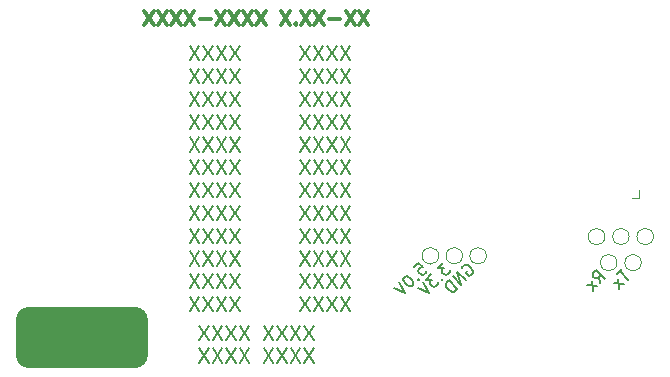
<source format=gbo>
G04 #@! TF.GenerationSoftware,KiCad,Pcbnew,8.0.1*
G04 #@! TF.CreationDate,2024-05-08T20:32:46+02:00*
G04 #@! TF.ProjectId,TGL_Board,54474c5f-426f-4617-9264-2e6b69636164,rev?*
G04 #@! TF.SameCoordinates,Original*
G04 #@! TF.FileFunction,Legend,Bot*
G04 #@! TF.FilePolarity,Positive*
%FSLAX46Y46*%
G04 Gerber Fmt 4.6, Leading zero omitted, Abs format (unit mm)*
G04 Created by KiCad (PCBNEW 8.0.1) date 2024-05-08 20:32:46*
%MOMM*%
%LPD*%
G01*
G04 APERTURE LIST*
%ADD10C,0.150000*%
%ADD11C,0.153000*%
%ADD12C,0.200000*%
%ADD13C,0.300000*%
%ADD14C,0.120000*%
%ADD15C,0.650000*%
%ADD16O,2.100000X1.000000*%
%ADD17O,1.800000X1.000000*%
%ADD18C,1.000000*%
%ADD19C,0.990600*%
%ADD20C,0.787400*%
G04 APERTURE END LIST*
D10*
X133125600Y-44696866D02*
X124125600Y-44696866D01*
X123125691Y-45710267D02*
G75*
G02*
X124125600Y-44696890I1006609J6767D01*
G01*
X133523600Y-44849266D02*
X133701400Y-44950866D01*
X133980800Y-45230266D01*
X134057000Y-45535066D01*
X133726800Y-45484266D01*
X133295000Y-44773066D01*
X133523600Y-44849266D01*
G36*
X133523600Y-44849266D02*
G01*
X133701400Y-44950866D01*
X133980800Y-45230266D01*
X134057000Y-45535066D01*
X133726800Y-45484266D01*
X133295000Y-44773066D01*
X133523600Y-44849266D01*
G37*
X123125690Y-48710267D02*
X123125690Y-45710267D01*
X123389000Y-45687466D02*
X123211200Y-45484266D01*
X123312800Y-45204866D01*
X123592200Y-44900066D01*
X124125600Y-44696866D01*
X123389000Y-45687466D01*
G36*
X123389000Y-45687466D02*
G01*
X123211200Y-45484266D01*
X123312800Y-45204866D01*
X123592200Y-44900066D01*
X124125600Y-44696866D01*
X123389000Y-45687466D01*
G37*
X134139001Y-45696776D02*
X134139001Y-48696776D01*
X124139091Y-49710176D02*
G75*
G02*
X123125624Y-48710267I-6791J1006676D01*
G01*
X133139091Y-49710177D02*
X124139091Y-49710177D01*
X134139001Y-45696776D02*
X134139001Y-48696776D01*
X133139091Y-49710177D01*
X124139091Y-49710177D01*
X123125690Y-48710267D01*
X123125690Y-45710267D01*
X124125600Y-44696866D01*
X133125600Y-44696866D01*
X134139001Y-45696776D01*
G36*
X134139001Y-45696776D02*
G01*
X134139001Y-48696776D01*
X133139091Y-49710177D01*
X124139091Y-49710177D01*
X123125690Y-48710267D01*
X123125690Y-45710267D01*
X124125600Y-44696866D01*
X133125600Y-44696866D01*
X134139001Y-45696776D01*
G37*
X134139001Y-48696776D02*
G75*
G02*
X133139091Y-49710200I-1006701J-6724D01*
G01*
X123973200Y-49624466D02*
X123719200Y-49573666D01*
X123363600Y-49294266D01*
X123211200Y-48964066D01*
X123236600Y-48862466D01*
X123973200Y-49624466D01*
G36*
X123973200Y-49624466D02*
G01*
X123719200Y-49573666D01*
X123363600Y-49294266D01*
X123211200Y-48964066D01*
X123236600Y-48862466D01*
X123973200Y-49624466D01*
G37*
X133125600Y-44696866D02*
G75*
G02*
X134138934Y-45696776I6700J-1006634D01*
G01*
X134057000Y-48989466D02*
X133904600Y-49268866D01*
X133650600Y-49497466D01*
X133396600Y-49624466D01*
X133269600Y-49599066D01*
X133625200Y-48989466D01*
X134031600Y-48837066D01*
X134057000Y-48989466D01*
G36*
X134057000Y-48989466D02*
G01*
X133904600Y-49268866D01*
X133650600Y-49497466D01*
X133396600Y-49624466D01*
X133269600Y-49599066D01*
X133625200Y-48989466D01*
X134031600Y-48837066D01*
X134057000Y-48989466D01*
G37*
D11*
X159188240Y-40857321D02*
X158750507Y-41295054D01*
X158750507Y-41295054D02*
X159255584Y-41328726D01*
X159255584Y-41328726D02*
X159154568Y-41429741D01*
X159154568Y-41429741D02*
X159120897Y-41530756D01*
X159120897Y-41530756D02*
X159120897Y-41598100D01*
X159120897Y-41598100D02*
X159154568Y-41699115D01*
X159154568Y-41699115D02*
X159322927Y-41867474D01*
X159322927Y-41867474D02*
X159423942Y-41901145D01*
X159423942Y-41901145D02*
X159491286Y-41901145D01*
X159491286Y-41901145D02*
X159592301Y-41867474D01*
X159592301Y-41867474D02*
X159794332Y-41665443D01*
X159794332Y-41665443D02*
X159828003Y-41564428D01*
X159828003Y-41564428D02*
X159828003Y-41497084D01*
X159087225Y-42237863D02*
X159087225Y-42305206D01*
X159087225Y-42305206D02*
X159154568Y-42305206D01*
X159154568Y-42305206D02*
X159154568Y-42237863D01*
X159154568Y-42237863D02*
X159087225Y-42237863D01*
X159087225Y-42237863D02*
X159154568Y-42305206D01*
X158178088Y-41867473D02*
X157740355Y-42305206D01*
X157740355Y-42305206D02*
X158245431Y-42338878D01*
X158245431Y-42338878D02*
X158144416Y-42439893D01*
X158144416Y-42439893D02*
X158110744Y-42540908D01*
X158110744Y-42540908D02*
X158110744Y-42608252D01*
X158110744Y-42608252D02*
X158144416Y-42709267D01*
X158144416Y-42709267D02*
X158312775Y-42877626D01*
X158312775Y-42877626D02*
X158413790Y-42911298D01*
X158413790Y-42911298D02*
X158481134Y-42911298D01*
X158481134Y-42911298D02*
X158582149Y-42877626D01*
X158582149Y-42877626D02*
X158784179Y-42675595D01*
X158784179Y-42675595D02*
X158817851Y-42574580D01*
X158817851Y-42574580D02*
X158817851Y-42507237D01*
X157538325Y-42507237D02*
X158009729Y-43450046D01*
X158009729Y-43450046D02*
X157066920Y-42978641D01*
D12*
X141994137Y-22527279D02*
X141194137Y-23727279D01*
X141194137Y-22527279D02*
X141994137Y-23727279D01*
X140851280Y-22527279D02*
X140051280Y-23727279D01*
X140051280Y-22527279D02*
X140851280Y-23727279D01*
X139708423Y-22527279D02*
X138908423Y-23727279D01*
X138908423Y-22527279D02*
X139708423Y-23727279D01*
X138565566Y-22527279D02*
X137765566Y-23727279D01*
X137765566Y-22527279D02*
X138565566Y-23727279D01*
X141994137Y-24459212D02*
X141194137Y-25659212D01*
X141194137Y-24459212D02*
X141994137Y-25659212D01*
X140851280Y-24459212D02*
X140051280Y-25659212D01*
X140051280Y-24459212D02*
X140851280Y-25659212D01*
X139708423Y-24459212D02*
X138908423Y-25659212D01*
X138908423Y-24459212D02*
X139708423Y-25659212D01*
X138565566Y-24459212D02*
X137765566Y-25659212D01*
X137765566Y-24459212D02*
X138565566Y-25659212D01*
X141994137Y-26391145D02*
X141194137Y-27591145D01*
X141194137Y-26391145D02*
X141994137Y-27591145D01*
X140851280Y-26391145D02*
X140051280Y-27591145D01*
X140051280Y-26391145D02*
X140851280Y-27591145D01*
X139708423Y-26391145D02*
X138908423Y-27591145D01*
X138908423Y-26391145D02*
X139708423Y-27591145D01*
X138565566Y-26391145D02*
X137765566Y-27591145D01*
X137765566Y-26391145D02*
X138565566Y-27591145D01*
X141994137Y-28323078D02*
X141194137Y-29523078D01*
X141194137Y-28323078D02*
X141994137Y-29523078D01*
X140851280Y-28323078D02*
X140051280Y-29523078D01*
X140051280Y-28323078D02*
X140851280Y-29523078D01*
X139708423Y-28323078D02*
X138908423Y-29523078D01*
X138908423Y-28323078D02*
X139708423Y-29523078D01*
X138565566Y-28323078D02*
X137765566Y-29523078D01*
X137765566Y-28323078D02*
X138565566Y-29523078D01*
X141994137Y-30255011D02*
X141194137Y-31455011D01*
X141194137Y-30255011D02*
X141994137Y-31455011D01*
X140851280Y-30255011D02*
X140051280Y-31455011D01*
X140051280Y-30255011D02*
X140851280Y-31455011D01*
X139708423Y-30255011D02*
X138908423Y-31455011D01*
X138908423Y-30255011D02*
X139708423Y-31455011D01*
X138565566Y-30255011D02*
X137765566Y-31455011D01*
X137765566Y-30255011D02*
X138565566Y-31455011D01*
X141994137Y-32186944D02*
X141194137Y-33386944D01*
X141194137Y-32186944D02*
X141994137Y-33386944D01*
X140851280Y-32186944D02*
X140051280Y-33386944D01*
X140051280Y-32186944D02*
X140851280Y-33386944D01*
X139708423Y-32186944D02*
X138908423Y-33386944D01*
X138908423Y-32186944D02*
X139708423Y-33386944D01*
X138565566Y-32186944D02*
X137765566Y-33386944D01*
X137765566Y-32186944D02*
X138565566Y-33386944D01*
X141994137Y-34118877D02*
X141194137Y-35318877D01*
X141194137Y-34118877D02*
X141994137Y-35318877D01*
X140851280Y-34118877D02*
X140051280Y-35318877D01*
X140051280Y-34118877D02*
X140851280Y-35318877D01*
X139708423Y-34118877D02*
X138908423Y-35318877D01*
X138908423Y-34118877D02*
X139708423Y-35318877D01*
X138565566Y-34118877D02*
X137765566Y-35318877D01*
X137765566Y-34118877D02*
X138565566Y-35318877D01*
X141994137Y-36050810D02*
X141194137Y-37250810D01*
X141194137Y-36050810D02*
X141994137Y-37250810D01*
X140851280Y-36050810D02*
X140051280Y-37250810D01*
X140051280Y-36050810D02*
X140851280Y-37250810D01*
X139708423Y-36050810D02*
X138908423Y-37250810D01*
X138908423Y-36050810D02*
X139708423Y-37250810D01*
X138565566Y-36050810D02*
X137765566Y-37250810D01*
X137765566Y-36050810D02*
X138565566Y-37250810D01*
X141994137Y-37982743D02*
X141194137Y-39182743D01*
X141194137Y-37982743D02*
X141994137Y-39182743D01*
X140851280Y-37982743D02*
X140051280Y-39182743D01*
X140051280Y-37982743D02*
X140851280Y-39182743D01*
X139708423Y-37982743D02*
X138908423Y-39182743D01*
X138908423Y-37982743D02*
X139708423Y-39182743D01*
X138565566Y-37982743D02*
X137765566Y-39182743D01*
X137765566Y-37982743D02*
X138565566Y-39182743D01*
X141994137Y-39914676D02*
X141194137Y-41114676D01*
X141194137Y-39914676D02*
X141994137Y-41114676D01*
X140851280Y-39914676D02*
X140051280Y-41114676D01*
X140051280Y-39914676D02*
X140851280Y-41114676D01*
X139708423Y-39914676D02*
X138908423Y-41114676D01*
X138908423Y-39914676D02*
X139708423Y-41114676D01*
X138565566Y-39914676D02*
X137765566Y-41114676D01*
X137765566Y-39914676D02*
X138565566Y-41114676D01*
X141994137Y-41846609D02*
X141194137Y-43046609D01*
X141194137Y-41846609D02*
X141994137Y-43046609D01*
X140851280Y-41846609D02*
X140051280Y-43046609D01*
X140051280Y-41846609D02*
X140851280Y-43046609D01*
X139708423Y-41846609D02*
X138908423Y-43046609D01*
X138908423Y-41846609D02*
X139708423Y-43046609D01*
X138565566Y-41846609D02*
X137765566Y-43046609D01*
X137765566Y-41846609D02*
X138565566Y-43046609D01*
X141994137Y-43778542D02*
X141194137Y-44978542D01*
X141194137Y-43778542D02*
X141994137Y-44978542D01*
X140851280Y-43778542D02*
X140051280Y-44978542D01*
X140051280Y-43778542D02*
X140851280Y-44978542D01*
X139708423Y-43778542D02*
X138908423Y-44978542D01*
X138908423Y-43778542D02*
X139708423Y-44978542D01*
X138565566Y-43778542D02*
X137765566Y-44978542D01*
X137765566Y-43778542D02*
X138565566Y-44978542D01*
D11*
X172504942Y-42620032D02*
X172403927Y-42047613D01*
X172909003Y-42215971D02*
X172201897Y-41508865D01*
X172201897Y-41508865D02*
X171932523Y-41778239D01*
X171932523Y-41778239D02*
X171898851Y-41879254D01*
X171898851Y-41879254D02*
X171898851Y-41946597D01*
X171898851Y-41946597D02*
X171932523Y-42047613D01*
X171932523Y-42047613D02*
X172033538Y-42148628D01*
X172033538Y-42148628D02*
X172134553Y-42182300D01*
X172134553Y-42182300D02*
X172201897Y-42182300D01*
X172201897Y-42182300D02*
X172302912Y-42148628D01*
X172302912Y-42148628D02*
X172572286Y-41879254D01*
X172269240Y-42855735D02*
X171427446Y-42754719D01*
X171797836Y-42384330D02*
X171898851Y-43226124D01*
D12*
X148276457Y-46190009D02*
X147476457Y-47390009D01*
X147476457Y-46190009D02*
X148276457Y-47390009D01*
X147133600Y-46190009D02*
X146333600Y-47390009D01*
X146333600Y-46190009D02*
X147133600Y-47390009D01*
X145990743Y-46190009D02*
X145190743Y-47390009D01*
X145190743Y-46190009D02*
X145990743Y-47390009D01*
X144847886Y-46190009D02*
X144047886Y-47390009D01*
X144047886Y-46190009D02*
X144847886Y-47390009D01*
X142790743Y-46190009D02*
X141990743Y-47390009D01*
X141990743Y-46190009D02*
X142790743Y-47390009D01*
X141647886Y-46190009D02*
X140847886Y-47390009D01*
X140847886Y-46190009D02*
X141647886Y-47390009D01*
X140505029Y-46190009D02*
X139705029Y-47390009D01*
X139705029Y-46190009D02*
X140505029Y-47390009D01*
X139362172Y-46190009D02*
X138562172Y-47390009D01*
X138562172Y-46190009D02*
X139362172Y-47390009D01*
X148276457Y-48121942D02*
X147476457Y-49321942D01*
X147476457Y-48121942D02*
X148276457Y-49321942D01*
X147133600Y-48121942D02*
X146333600Y-49321942D01*
X146333600Y-48121942D02*
X147133600Y-49321942D01*
X145990743Y-48121942D02*
X145190743Y-49321942D01*
X145190743Y-48121942D02*
X145990743Y-49321942D01*
X144847886Y-48121942D02*
X144047886Y-49321942D01*
X144047886Y-48121942D02*
X144847886Y-49321942D01*
X142790743Y-48121942D02*
X141990743Y-49321942D01*
X141990743Y-48121942D02*
X142790743Y-49321942D01*
X141647886Y-48121942D02*
X140847886Y-49321942D01*
X140847886Y-48121942D02*
X141647886Y-49321942D01*
X140505029Y-48121942D02*
X139705029Y-49321942D01*
X139705029Y-48121942D02*
X140505029Y-49321942D01*
X139362172Y-48121942D02*
X138562172Y-49321942D01*
X138562172Y-48121942D02*
X139362172Y-49321942D01*
X151341337Y-22527279D02*
X150541337Y-23727279D01*
X150541337Y-22527279D02*
X151341337Y-23727279D01*
X150198480Y-22527279D02*
X149398480Y-23727279D01*
X149398480Y-22527279D02*
X150198480Y-23727279D01*
X149055623Y-22527279D02*
X148255623Y-23727279D01*
X148255623Y-22527279D02*
X149055623Y-23727279D01*
X147912766Y-22527279D02*
X147112766Y-23727279D01*
X147112766Y-22527279D02*
X147912766Y-23727279D01*
X151341337Y-24459212D02*
X150541337Y-25659212D01*
X150541337Y-24459212D02*
X151341337Y-25659212D01*
X150198480Y-24459212D02*
X149398480Y-25659212D01*
X149398480Y-24459212D02*
X150198480Y-25659212D01*
X149055623Y-24459212D02*
X148255623Y-25659212D01*
X148255623Y-24459212D02*
X149055623Y-25659212D01*
X147912766Y-24459212D02*
X147112766Y-25659212D01*
X147112766Y-24459212D02*
X147912766Y-25659212D01*
X151341337Y-26391145D02*
X150541337Y-27591145D01*
X150541337Y-26391145D02*
X151341337Y-27591145D01*
X150198480Y-26391145D02*
X149398480Y-27591145D01*
X149398480Y-26391145D02*
X150198480Y-27591145D01*
X149055623Y-26391145D02*
X148255623Y-27591145D01*
X148255623Y-26391145D02*
X149055623Y-27591145D01*
X147912766Y-26391145D02*
X147112766Y-27591145D01*
X147112766Y-26391145D02*
X147912766Y-27591145D01*
X151341337Y-28323078D02*
X150541337Y-29523078D01*
X150541337Y-28323078D02*
X151341337Y-29523078D01*
X150198480Y-28323078D02*
X149398480Y-29523078D01*
X149398480Y-28323078D02*
X150198480Y-29523078D01*
X149055623Y-28323078D02*
X148255623Y-29523078D01*
X148255623Y-28323078D02*
X149055623Y-29523078D01*
X147912766Y-28323078D02*
X147112766Y-29523078D01*
X147112766Y-28323078D02*
X147912766Y-29523078D01*
X151341337Y-30255011D02*
X150541337Y-31455011D01*
X150541337Y-30255011D02*
X151341337Y-31455011D01*
X150198480Y-30255011D02*
X149398480Y-31455011D01*
X149398480Y-30255011D02*
X150198480Y-31455011D01*
X149055623Y-30255011D02*
X148255623Y-31455011D01*
X148255623Y-30255011D02*
X149055623Y-31455011D01*
X147912766Y-30255011D02*
X147112766Y-31455011D01*
X147112766Y-30255011D02*
X147912766Y-31455011D01*
X151341337Y-32186944D02*
X150541337Y-33386944D01*
X150541337Y-32186944D02*
X151341337Y-33386944D01*
X150198480Y-32186944D02*
X149398480Y-33386944D01*
X149398480Y-32186944D02*
X150198480Y-33386944D01*
X149055623Y-32186944D02*
X148255623Y-33386944D01*
X148255623Y-32186944D02*
X149055623Y-33386944D01*
X147912766Y-32186944D02*
X147112766Y-33386944D01*
X147112766Y-32186944D02*
X147912766Y-33386944D01*
X151341337Y-34118877D02*
X150541337Y-35318877D01*
X150541337Y-34118877D02*
X151341337Y-35318877D01*
X150198480Y-34118877D02*
X149398480Y-35318877D01*
X149398480Y-34118877D02*
X150198480Y-35318877D01*
X149055623Y-34118877D02*
X148255623Y-35318877D01*
X148255623Y-34118877D02*
X149055623Y-35318877D01*
X147912766Y-34118877D02*
X147112766Y-35318877D01*
X147112766Y-34118877D02*
X147912766Y-35318877D01*
X151341337Y-36050810D02*
X150541337Y-37250810D01*
X150541337Y-36050810D02*
X151341337Y-37250810D01*
X150198480Y-36050810D02*
X149398480Y-37250810D01*
X149398480Y-36050810D02*
X150198480Y-37250810D01*
X149055623Y-36050810D02*
X148255623Y-37250810D01*
X148255623Y-36050810D02*
X149055623Y-37250810D01*
X147912766Y-36050810D02*
X147112766Y-37250810D01*
X147112766Y-36050810D02*
X147912766Y-37250810D01*
X151341337Y-37982743D02*
X150541337Y-39182743D01*
X150541337Y-37982743D02*
X151341337Y-39182743D01*
X150198480Y-37982743D02*
X149398480Y-39182743D01*
X149398480Y-37982743D02*
X150198480Y-39182743D01*
X149055623Y-37982743D02*
X148255623Y-39182743D01*
X148255623Y-37982743D02*
X149055623Y-39182743D01*
X147912766Y-37982743D02*
X147112766Y-39182743D01*
X147112766Y-37982743D02*
X147912766Y-39182743D01*
X151341337Y-39914676D02*
X150541337Y-41114676D01*
X150541337Y-39914676D02*
X151341337Y-41114676D01*
X150198480Y-39914676D02*
X149398480Y-41114676D01*
X149398480Y-39914676D02*
X150198480Y-41114676D01*
X149055623Y-39914676D02*
X148255623Y-41114676D01*
X148255623Y-39914676D02*
X149055623Y-41114676D01*
X147912766Y-39914676D02*
X147112766Y-41114676D01*
X147112766Y-39914676D02*
X147912766Y-41114676D01*
X151341337Y-41846609D02*
X150541337Y-43046609D01*
X150541337Y-41846609D02*
X151341337Y-43046609D01*
X150198480Y-41846609D02*
X149398480Y-43046609D01*
X149398480Y-41846609D02*
X150198480Y-43046609D01*
X149055623Y-41846609D02*
X148255623Y-43046609D01*
X148255623Y-41846609D02*
X149055623Y-43046609D01*
X147912766Y-41846609D02*
X147112766Y-43046609D01*
X147112766Y-41846609D02*
X147912766Y-43046609D01*
X151341337Y-43778542D02*
X150541337Y-44978542D01*
X150541337Y-43778542D02*
X151341337Y-44978542D01*
X150198480Y-43778542D02*
X149398480Y-44978542D01*
X149398480Y-43778542D02*
X150198480Y-44978542D01*
X149055623Y-43778542D02*
X148255623Y-44978542D01*
X148255623Y-43778542D02*
X149055623Y-44978542D01*
X147912766Y-43778542D02*
X147112766Y-44978542D01*
X147112766Y-43778542D02*
X147912766Y-44978542D01*
D11*
X174360312Y-41407849D02*
X173956251Y-41811910D01*
X174865388Y-42316987D02*
X174158281Y-41609880D01*
X174494999Y-42687376D02*
X173653205Y-42586361D01*
X174023594Y-42215972D02*
X174124609Y-43057765D01*
X160803479Y-41328726D02*
X160837151Y-41227710D01*
X160837151Y-41227710D02*
X160938166Y-41126695D01*
X160938166Y-41126695D02*
X161072853Y-41059352D01*
X161072853Y-41059352D02*
X161207540Y-41059352D01*
X161207540Y-41059352D02*
X161308555Y-41093023D01*
X161308555Y-41093023D02*
X161476914Y-41194039D01*
X161476914Y-41194039D02*
X161577929Y-41295054D01*
X161577929Y-41295054D02*
X161678945Y-41463413D01*
X161678945Y-41463413D02*
X161712616Y-41564428D01*
X161712616Y-41564428D02*
X161712616Y-41699115D01*
X161712616Y-41699115D02*
X161645273Y-41833802D01*
X161645273Y-41833802D02*
X161577929Y-41901145D01*
X161577929Y-41901145D02*
X161443242Y-41968489D01*
X161443242Y-41968489D02*
X161375899Y-41968489D01*
X161375899Y-41968489D02*
X161140197Y-41732787D01*
X161140197Y-41732787D02*
X161274884Y-41598100D01*
X161140197Y-42338878D02*
X160433090Y-41631771D01*
X160433090Y-41631771D02*
X160736136Y-42742939D01*
X160736136Y-42742939D02*
X160029029Y-42035832D01*
X160399418Y-43079657D02*
X159692311Y-42372550D01*
X159692311Y-42372550D02*
X159523953Y-42540909D01*
X159523953Y-42540909D02*
X159456609Y-42675596D01*
X159456609Y-42675596D02*
X159456609Y-42810283D01*
X159456609Y-42810283D02*
X159490281Y-42911298D01*
X159490281Y-42911298D02*
X159591296Y-43079657D01*
X159591296Y-43079657D02*
X159692311Y-43180672D01*
X159692311Y-43180672D02*
X159860670Y-43281687D01*
X159860670Y-43281687D02*
X159961685Y-43315359D01*
X159961685Y-43315359D02*
X160096372Y-43315359D01*
X160096372Y-43315359D02*
X160231059Y-43248015D01*
X160231059Y-43248015D02*
X160399418Y-43079657D01*
X156764879Y-41261382D02*
X157101597Y-40924665D01*
X157101597Y-40924665D02*
X157471986Y-41227710D01*
X157471986Y-41227710D02*
X157404642Y-41227710D01*
X157404642Y-41227710D02*
X157303627Y-41261382D01*
X157303627Y-41261382D02*
X157135268Y-41429741D01*
X157135268Y-41429741D02*
X157101597Y-41530756D01*
X157101597Y-41530756D02*
X157101597Y-41598100D01*
X157101597Y-41598100D02*
X157135268Y-41699115D01*
X157135268Y-41699115D02*
X157303627Y-41867474D01*
X157303627Y-41867474D02*
X157404642Y-41901145D01*
X157404642Y-41901145D02*
X157471986Y-41901145D01*
X157471986Y-41901145D02*
X157573001Y-41867474D01*
X157573001Y-41867474D02*
X157741360Y-41699115D01*
X157741360Y-41699115D02*
X157775032Y-41598100D01*
X157775032Y-41598100D02*
X157775032Y-41530756D01*
X157067925Y-42237863D02*
X157067925Y-42305206D01*
X157067925Y-42305206D02*
X157135268Y-42305206D01*
X157135268Y-42305206D02*
X157135268Y-42237863D01*
X157135268Y-42237863D02*
X157067925Y-42237863D01*
X157067925Y-42237863D02*
X157135268Y-42305206D01*
X155956757Y-42069504D02*
X155889414Y-42136847D01*
X155889414Y-42136847D02*
X155855742Y-42237863D01*
X155855742Y-42237863D02*
X155855742Y-42305206D01*
X155855742Y-42305206D02*
X155889414Y-42406221D01*
X155889414Y-42406221D02*
X155990429Y-42574580D01*
X155990429Y-42574580D02*
X156158788Y-42742939D01*
X156158788Y-42742939D02*
X156327147Y-42843954D01*
X156327147Y-42843954D02*
X156428162Y-42877626D01*
X156428162Y-42877626D02*
X156495505Y-42877626D01*
X156495505Y-42877626D02*
X156596521Y-42843954D01*
X156596521Y-42843954D02*
X156663864Y-42776611D01*
X156663864Y-42776611D02*
X156697536Y-42675595D01*
X156697536Y-42675595D02*
X156697536Y-42608252D01*
X156697536Y-42608252D02*
X156663864Y-42507237D01*
X156663864Y-42507237D02*
X156562849Y-42338878D01*
X156562849Y-42338878D02*
X156394490Y-42170519D01*
X156394490Y-42170519D02*
X156226131Y-42069504D01*
X156226131Y-42069504D02*
X156125116Y-42035832D01*
X156125116Y-42035832D02*
X156057773Y-42035832D01*
X156057773Y-42035832D02*
X155956757Y-42069504D01*
X155519025Y-42507237D02*
X155990429Y-43450046D01*
X155990429Y-43450046D02*
X155047620Y-42978641D01*
D13*
X152894803Y-19516342D02*
X152094803Y-20716342D01*
X152094803Y-19516342D02*
X152894803Y-20716342D01*
X151751946Y-19516342D02*
X150951946Y-20716342D01*
X150951946Y-19516342D02*
X151751946Y-20716342D01*
X150494803Y-20259200D02*
X149580518Y-20259200D01*
X149123375Y-19516342D02*
X148323375Y-20716342D01*
X148323375Y-19516342D02*
X149123375Y-20716342D01*
X147980518Y-19516342D02*
X147180518Y-20716342D01*
X147180518Y-19516342D02*
X147980518Y-20716342D01*
X146723375Y-20602057D02*
X146666232Y-20659200D01*
X146666232Y-20659200D02*
X146723375Y-20716342D01*
X146723375Y-20716342D02*
X146780518Y-20659200D01*
X146780518Y-20659200D02*
X146723375Y-20602057D01*
X146723375Y-20602057D02*
X146723375Y-20716342D01*
X146266232Y-19516342D02*
X145466232Y-20716342D01*
X145466232Y-19516342D02*
X146266232Y-20716342D01*
X144209089Y-19516342D02*
X143409089Y-20716342D01*
X143409089Y-19516342D02*
X144209089Y-20716342D01*
X143066232Y-19516342D02*
X142266232Y-20716342D01*
X142266232Y-19516342D02*
X143066232Y-20716342D01*
X141923375Y-19516342D02*
X141123375Y-20716342D01*
X141123375Y-19516342D02*
X141923375Y-20716342D01*
X140780518Y-19516342D02*
X139980518Y-20716342D01*
X139980518Y-19516342D02*
X140780518Y-20716342D01*
X139523375Y-20259200D02*
X138609090Y-20259200D01*
X138151947Y-19516342D02*
X137351947Y-20716342D01*
X137351947Y-19516342D02*
X138151947Y-20716342D01*
X137009090Y-19516342D02*
X136209090Y-20716342D01*
X136209090Y-19516342D02*
X137009090Y-20716342D01*
X135866233Y-19516342D02*
X135066233Y-20716342D01*
X135066233Y-19516342D02*
X135866233Y-20716342D01*
X134723376Y-19516342D02*
X133923376Y-20716342D01*
X133923376Y-19516342D02*
X134723376Y-20716342D01*
D14*
X173940700Y-40868600D02*
G75*
G02*
X172540700Y-40868600I-700000J0D01*
G01*
X172540700Y-40868600D02*
G75*
G02*
X173940700Y-40868600I700000J0D01*
G01*
X175183800Y-35356800D02*
X175818800Y-35356800D01*
X175818800Y-35356800D02*
X175818800Y-34721800D01*
X177026800Y-38658800D02*
G75*
G02*
X175626800Y-38658800I-700000J0D01*
G01*
X175626800Y-38658800D02*
G75*
G02*
X177026800Y-38658800I700000J0D01*
G01*
X175998100Y-40868600D02*
G75*
G02*
X174598100Y-40868600I-700000J0D01*
G01*
X174598100Y-40868600D02*
G75*
G02*
X175998100Y-40868600I700000J0D01*
G01*
X158840400Y-40284400D02*
G75*
G02*
X157440400Y-40284400I-700000J0D01*
G01*
X157440400Y-40284400D02*
G75*
G02*
X158840400Y-40284400I700000J0D01*
G01*
X172912000Y-38658800D02*
G75*
G02*
X171512000Y-38658800I-700000J0D01*
G01*
X171512000Y-38658800D02*
G75*
G02*
X172912000Y-38658800I700000J0D01*
G01*
X174969400Y-38658800D02*
G75*
G02*
X173569400Y-38658800I-700000J0D01*
G01*
X173569400Y-38658800D02*
G75*
G02*
X174969400Y-38658800I700000J0D01*
G01*
X160859700Y-40284400D02*
G75*
G02*
X159459700Y-40284400I-700000J0D01*
G01*
X159459700Y-40284400D02*
G75*
G02*
X160859700Y-40284400I700000J0D01*
G01*
X162879000Y-40284400D02*
G75*
G02*
X161479000Y-40284400I-700000J0D01*
G01*
X161479000Y-40284400D02*
G75*
G02*
X162879000Y-40284400I700000J0D01*
G01*
%LPC*%
D15*
X172282000Y-28800000D03*
X172282000Y-23020000D03*
D16*
X171782000Y-30230000D03*
D17*
X175962000Y-30230000D03*
D16*
X171782000Y-21590000D03*
D17*
X175962000Y-21590000D03*
D18*
X173240700Y-40868600D03*
D19*
X176453800Y-34086800D03*
X171373800Y-35102800D03*
X171373800Y-33070800D03*
D20*
X175183800Y-34721800D03*
X175183800Y-33451800D03*
X173913800Y-34721800D03*
X173913800Y-33451800D03*
X172643800Y-34721800D03*
X172643800Y-33451800D03*
D18*
X176326800Y-38658800D03*
X175298100Y-40868600D03*
X158140400Y-40284400D03*
X172212000Y-38658800D03*
X174269400Y-38658800D03*
X160159700Y-40284400D03*
X162179000Y-40284400D03*
%LPD*%
M02*

</source>
